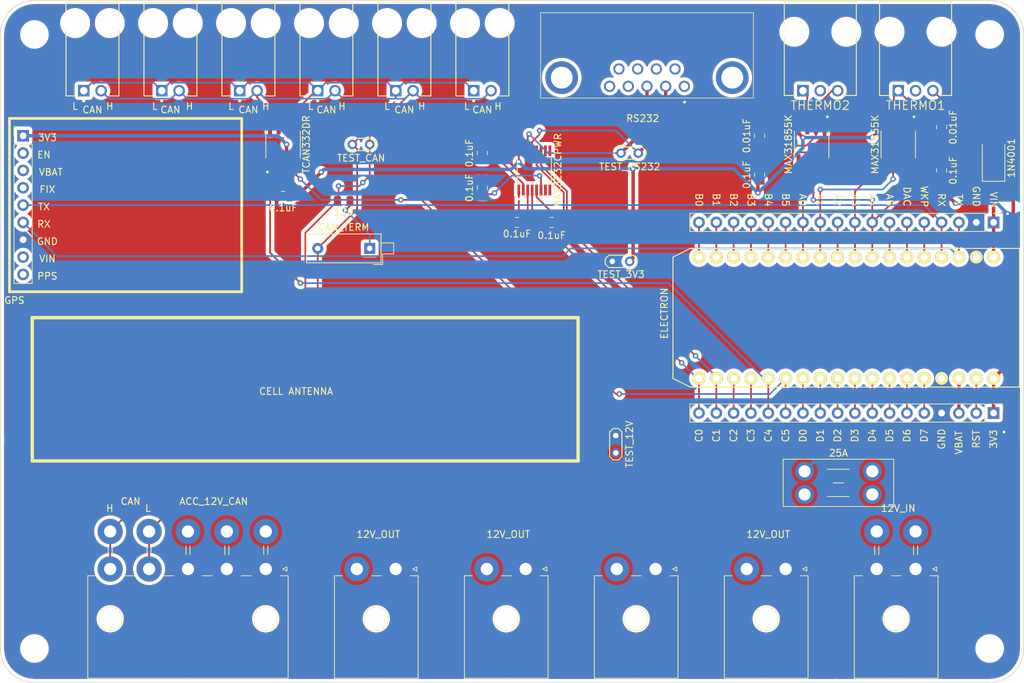
<source format=kicad_pcb>
(kicad_pcb (version 20171130) (host pcbnew "(5.1.9-0-10_14)")
  (layers (0 F.Cu signal hide) (31 B.Cu signal hide) (34 B.Paste user) (35 F.Paste user) (36 B.SilkS user) (37 F.SilkS user) (38 B.Mask user) (39 F.Mask user) (44 Edge.Cuts user))
  (net 0 "")
  (net 1 GND)
  (net 2 +3V3)
  (net 3 "Net-(C3-Pad1)")
  (net 4 "Net-(C4-Pad2)")
  (net 5 "Net-(C5-Pad2)")
  (net 6 "Net-(C5-Pad1)")
  (net 7 "Net-(C6-Pad2)")
  (net 8 "Net-(C6-Pad1)")
  (net 9 "Net-(C8-Pad2)")
  (net 10 "Net-(C8-Pad1)")
  (net 11 "Net-(C9-Pad2)")
  (net 12 "Net-(C9-Pad1)")
  (net 13 +12V)
  (net 14 "Net-(CN13-Pad2)")
  (net 15 /VIN)
  (net 16 "Net-(H1-Pad9)")
  (net 17 "Net-(H1-Pad8)")
  (net 18 /TX)
  (net 19 /RX)
  (net 20 "Net-(H1-Pad4)")
  (net 21 "Net-(H1-Pad3)")
  (net 22 "Net-(H1-Pad2)")
  (net 23 /C0)
  (net 24 /C1)
  (net 25 /C2)
  (net 26 /C3)
  (net 27 /C4)
  (net 28 /C5)
  (net 29 /D0)
  (net 30 /D1)
  (net 31 /D2)
  (net 32 /D3)
  (net 33 /D4)
  (net 34 /D5)
  (net 35 /D6)
  (net 36 /D7)
  (net 37 /VBAT)
  (net 38 /RST)
  (net 39 /B0)
  (net 40 /B1)
  (net 41 /B2)
  (net 42 /B3)
  (net 43 /B4)
  (net 44 /B5)
  (net 45 /A0)
  (net 46 /A1)
  (net 47 /A2)
  (net 48 /A3)
  (net 49 /A4)
  (net 50 /A5)
  (net 51 /DAC)
  (net 52 /WKP)
  (net 53 "Net-(IC4-Pad10)")
  (net 54 "Net-(IC4-Pad9)")
  (net 55 "Net-(IC4-Pad8)")
  (net 56 "Net-(IC4-Pad7)")
  (net 57 "Net-(R1-Pad2)")
  (net 58 "Net-(CN1-Pad3)")
  (net 59 "Net-(CN10-Pad2)")
  (net 60 "Net-(CN10-Pad1)")
  (net 61 "Net-(CN14-Pad2)")
  (net 62 "Net-(CN15-Pad9)")
  (net 63 "Net-(CN15-Pad8)")
  (net 64 "Net-(CN15-Pad7)")
  (net 65 "Net-(CN15-Pad6)")
  (net 66 "Net-(CN15-Pad5)")
  (net 67 "Net-(CN15-Pad4)")
  (net 68 "Net-(CN15-Pad3)")
  (net 69 "Net-(CN15-Pad2)")
  (net 70 "Net-(CN15-Pad1)")
  (module Connector_Molex:Molex_Mega-Fit_76825-0010_2x05_P5.70mm_Horizontal (layer F.Cu) (at 88.9 133.35 180)
    (fp_text reference CN12 hide)
    (fp_text value ACC_12V_CAN (at 7.62 9.906) (layer F.SilkS))
    (pad "" np_thru_hole circle (at 22.8 -7.3 180) (size 3 3) (drill 3) (layers *.Cu *.Mask))
    (pad "" np_thru_hole circle (at 0 -7.3 180) (size 3 3) (drill 3) (layers *.Cu *.Mask))
    (pad 10 thru_hole circle (at 22.8 5.5 180) (size 3.7 3.7) (drill 1.8) (layers *.Cu *.Mask) (net 59 "Net-(CN10-Pad2)"))
    (pad 9 thru_hole circle (at 17.1 5.5 180) (size 3.7 3.7) (drill 1.8) (layers *.Cu *.Mask) (net 60 "Net-(CN10-Pad1)"))
    (pad 8 thru_hole circle (at 11.4 5.5 180) (size 3.7 3.7) (drill 1.8) (layers *.Cu *.Mask) (net 13 +12V))
    (pad 7 thru_hole circle (at 5.7 5.5 180) (size 3.7 3.7) (drill 1.8) (layers *.Cu *.Mask) (net 13 +12V))
    (pad 6 thru_hole circle (at 0 5.5 180) (size 3.7 3.7) (drill 1.8) (layers *.Cu *.Mask) (net 13 +12V))
    (pad 5 thru_hole circle (at 22.8 0 180) (size 3.7 3.7) (drill 1.8) (layers *.Cu *.Mask) (net 59 "Net-(CN10-Pad2)"))
    (pad 4 thru_hole circle (at 17.1 0 180) (size 3.7 3.7) (drill 1.8) (layers *.Cu *.Mask) (net 60 "Net-(CN10-Pad1)"))
    (pad 3 thru_hole circle (at 11.4 0 180) (size 3.7 3.7) (drill 1.8) (layers *.Cu *.Mask) (net 1 GND))
    (pad 2 thru_hole circle (at 5.7 0 180) (size 3.7 3.7) (drill 1.8) (layers *.Cu *.Mask) (net 1 GND))
    (pad 1 thru_hole roundrect (at 0 0 180) (size 3.7 3.7) (drill 1.8) (layers *.Cu *.Mask) (roundrect_rratio 0.067568) (net 1 GND))
  )
  (module Fuse:Fuseholder_Blade_Mini_Keystone_3568 (layer F.Cu) (at 177.8 122.428 180)
    (fp_text reference F1 hide)
    (fp_text value 25A (at 4.96 6.07) (layer F.SilkS))
    (pad 2 thru_hole circle (at 9.92 3.4 180) (size 2.78 2.78) (drill 1.78) (layers *.Cu *.Mask) (net 13 +12V))
    (pad 2 thru_hole circle (at 9.92 0 180) (size 2.78 2.78) (drill 1.78) (layers *.Cu *.Mask) (net 13 +12V))
    (pad 1 thru_hole circle (at 0 3.4 180) (size 2.78 2.78) (drill 1.78) (layers *.Cu *.Mask) (net 58 "Net-(CN1-Pad3)"))
    (pad 1 thru_hole circle (at 0 0 180) (size 2.78 2.78) (drill 1.78) (layers *.Cu *.Mask) (net 58 "Net-(CN1-Pad3)"))
  )
  (module "" (layer F.Cu) (at 135.255 85.725)
    (fp_text reference "" (at 128.27 74.93) (layer F.SilkS) (effects (font (size 1.27 1.27))))
    (fp_text value "" (at 128.27 74.93) (layer F.SilkS) (effects (font (size 1.27 1.27))))
    (fp_text user TEST_RS232 (at 128.27 75.025) (layer F.SilkS))
  )
  (module Libraries:SOP65P640X120-16N (layer F.Cu) (at 128.27 74.93 90)
    (fp_text reference IC4 hide)
    (fp_text value MAX3232CPWR (at 0 3.45 90) (layer F.SilkS))
    (pad 16 smd rect (at 2.87 -2.275 90) (size 1.57 0.41) (layers F.Cu F.Paste F.Mask) (net 2 +3V3))
    (pad 15 smd rect (at 2.87 -1.625 90) (size 1.57 0.41) (layers F.Cu F.Paste F.Mask) (net 1 GND))
    (pad 14 smd rect (at 2.87 -0.975 90) (size 1.57 0.41) (layers F.Cu F.Paste F.Mask) (net 68 "Net-(CN15-Pad3)"))
    (pad 13 smd rect (at 2.87 -0.325 90) (size 1.57 0.41) (layers F.Cu F.Paste F.Mask) (net 69 "Net-(CN15-Pad2)"))
    (pad 12 smd rect (at 2.87 0.325 90) (size 1.57 0.41) (layers F.Cu F.Paste F.Mask) (net 23 /C0))
    (pad 11 smd rect (at 2.87 0.975 90) (size 1.57 0.41) (layers F.Cu F.Paste F.Mask) (net 24 /C1))
    (pad 10 smd rect (at 2.87 1.625 90) (size 1.57 0.41) (layers F.Cu F.Paste F.Mask) (net 53 "Net-(IC4-Pad10)"))
    (pad 9 smd rect (at 2.87 2.275 90) (size 1.57 0.41) (layers F.Cu F.Paste F.Mask) (net 54 "Net-(IC4-Pad9)"))
    (pad 8 smd rect (at -2.87 2.275 90) (size 1.57 0.41) (layers F.Cu F.Paste F.Mask) (net 55 "Net-(IC4-Pad8)"))
    (pad 7 smd rect (at -2.87 1.625 90) (size 1.57 0.41) (layers F.Cu F.Paste F.Mask) (net 56 "Net-(IC4-Pad7)"))
    (pad 6 smd rect (at -2.87 0.975 90) (size 1.57 0.41) (layers F.Cu F.Paste F.Mask) (net 3 "Net-(C3-Pad1)"))
    (pad 5 smd rect (at -2.87 0.325 90) (size 1.57 0.41) (layers F.Cu F.Paste F.Mask) (net 6 "Net-(C5-Pad1)"))
    (pad 4 smd rect (at -2.87 -0.325 90) (size 1.57 0.41) (layers F.Cu F.Paste F.Mask) (net 5 "Net-(C5-Pad2)"))
    (pad 3 smd rect (at -2.87 -0.975 90) (size 1.57 0.41) (layers F.Cu F.Paste F.Mask) (net 7 "Net-(C6-Pad2)"))
    (pad 2 smd rect (at -2.87 -1.625 90) (size 1.57 0.41) (layers F.Cu F.Paste F.Mask) (net 4 "Net-(C4-Pad2)"))
    (pad 1 smd rect (at -2.87 -2.275 90) (size 1.57 0.41) (layers F.Cu F.Paste F.Mask) (net 8 "Net-(C6-Pad1)"))
  )
  (module Libraries:SOIC127P599X175-8N (layer F.Cu) (at 91.44 71.12 90)
    (fp_text reference IC3 hide)
    (fp_text value TCAN332DR (at 0 3.4 90) (layer F.SilkS))
    (pad 8 smd rect (at 2.47 -1.905 90) (size 1.97 0.6) (layers F.Cu F.Paste F.Mask))
    (pad 7 smd rect (at 2.47 -0.635 90) (size 1.97 0.6) (layers F.Cu F.Paste F.Mask) (net 59 "Net-(CN10-Pad2)"))
    (pad 6 smd rect (at 2.47 0.635 90) (size 1.97 0.6) (layers F.Cu F.Paste F.Mask) (net 60 "Net-(CN10-Pad1)"))
    (pad 5 smd rect (at 2.47 1.905 90) (size 1.97 0.6) (layers F.Cu F.Paste F.Mask))
    (pad 4 smd rect (at -2.47 1.905 90) (size 1.97 0.6) (layers F.Cu F.Paste F.Mask) (net 28 /C5))
    (pad 3 smd rect (at -2.47 0.635 90) (size 1.97 0.6) (layers F.Cu F.Paste F.Mask) (net 2 +3V3))
    (pad 2 smd rect (at -2.47 -0.635 90) (size 1.97 0.6) (layers F.Cu F.Paste F.Mask) (net 1 GND))
    (pad 1 smd rect (at -2.47 -1.905 90) (size 1.97 0.6) (layers F.Cu F.Paste F.Mask) (net 27 /C4))
  )
  (module Libraries:SOIC127P599X175-8N (layer F.Cu) (at 168.91 71.12 270)
    (fp_text reference IC2 hide)
    (fp_text value MAX31855K (at 0 3.4 90) (layer F.SilkS))
    (pad 8 smd rect (at 2.47 -1.905 270) (size 1.97 0.6) (layers F.Cu F.Paste F.Mask))
    (pad 7 smd rect (at 2.47 -0.635 270) (size 1.97 0.6) (layers F.Cu F.Paste F.Mask) (net 49 /A4))
    (pad 6 smd rect (at 2.47 0.635 270) (size 1.97 0.6) (layers F.Cu F.Paste F.Mask) (net 45 /A0))
    (pad 5 smd rect (at 2.47 1.905 270) (size 1.97 0.6) (layers F.Cu F.Paste F.Mask) (net 48 /A3))
    (pad 4 smd rect (at -2.47 1.905 270) (size 1.97 0.6) (layers F.Cu F.Paste F.Mask) (net 2 +3V3))
    (pad 3 smd rect (at -2.47 0.635 270) (size 1.97 0.6) (layers F.Cu F.Paste F.Mask) (net 9 "Net-(C8-Pad2)"))
    (pad 2 smd rect (at -2.47 -0.635 270) (size 1.97 0.6) (layers F.Cu F.Paste F.Mask) (net 10 "Net-(C8-Pad1)"))
    (pad 1 smd rect (at -2.47 -1.905 270) (size 1.97 0.6) (layers F.Cu F.Paste F.Mask) (net 1 GND))
  )
  (module Libraries:SOIC127P599X175-8N (layer F.Cu) (at 181.61 71.12 270)
    (fp_text reference IC1 hide)
    (fp_text value MAX31855K (at 0 3.4 90) (layer F.SilkS))
    (pad 8 smd rect (at 2.47 -1.905 270) (size 1.97 0.6) (layers F.Cu F.Paste F.Mask))
    (pad 7 smd rect (at 2.47 -0.635 270) (size 1.97 0.6) (layers F.Cu F.Paste F.Mask) (net 49 /A4))
    (pad 6 smd rect (at 2.47 0.635 270) (size 1.97 0.6) (layers F.Cu F.Paste F.Mask) (net 46 /A1))
    (pad 5 smd rect (at 2.47 1.905 270) (size 1.97 0.6) (layers F.Cu F.Paste F.Mask) (net 48 /A3))
    (pad 4 smd rect (at -2.47 1.905 270) (size 1.97 0.6) (layers F.Cu F.Paste F.Mask) (net 2 +3V3))
    (pad 3 smd rect (at -2.47 0.635 270) (size 1.97 0.6) (layers F.Cu F.Paste F.Mask) (net 11 "Net-(C9-Pad2)"))
    (pad 2 smd rect (at -2.47 -0.635 270) (size 1.97 0.6) (layers F.Cu F.Paste F.Mask) (net 12 "Net-(C9-Pad1)"))
    (pad 1 smd rect (at -2.47 -1.905 270) (size 1.97 0.6) (layers F.Cu F.Paste F.Mask) (net 1 GND))
  )
  (module Libraries:DLS1XP5AK40X (layer F.Cu) (at 144.78 58.42 180)
    (fp_text reference CN15 hide)
    (fp_text value RS232 (at 0.635 -8.89) (layer F.SilkS))
    (pad 11 thru_hole circle (at 12.5 -2.91 180) (size 4.8 4.8) (drill 3.2) (layers *.Cu *.Mask))
    (pad 10 thru_hole circle (at -12.5 -2.91 180) (size 4.8 4.8) (drill 3.2) (layers *.Cu *.Mask))
    (pad 9 thru_hole circle (at 4.11 -1.64 180) (size 1.65 1.65) (drill 1.1) (layers *.Cu *.Mask) (net 62 "Net-(CN15-Pad9)"))
    (pad 8 thru_hole circle (at 1.37 -1.64 180) (size 1.65 1.65) (drill 1.1) (layers *.Cu *.Mask) (net 63 "Net-(CN15-Pad8)"))
    (pad 7 thru_hole circle (at -1.37 -1.64 180) (size 1.65 1.65) (drill 1.1) (layers *.Cu *.Mask) (net 64 "Net-(CN15-Pad7)"))
    (pad 6 thru_hole circle (at -4.11 -1.64 180) (size 1.65 1.65) (drill 1.1) (layers *.Cu *.Mask) (net 65 "Net-(CN15-Pad6)"))
    (pad 5 thru_hole circle (at 5.48 -4.18 180) (size 1.65 1.65) (drill 1.1) (layers *.Cu *.Mask) (net 66 "Net-(CN15-Pad5)"))
    (pad 4 thru_hole circle (at 2.74 -4.18 180) (size 1.65 1.65) (drill 1.1) (layers *.Cu *.Mask) (net 67 "Net-(CN15-Pad4)"))
    (pad 3 thru_hole circle (at 0 -4.18 180) (size 1.65 1.65) (drill 1.1) (layers *.Cu *.Mask) (net 68 "Net-(CN15-Pad3)"))
    (pad 2 thru_hole circle (at -2.74 -4.18 180) (size 1.65 1.65) (drill 1.1) (layers *.Cu *.Mask) (net 69 "Net-(CN15-Pad2)"))
    (pad 1 thru_hole circle (at -5.48 -4.18 180) (size 1.65 1.65) (drill 1.1) (layers *.Cu *.Mask) (net 70 "Net-(CN15-Pad1)"))
  )
  (module telemetry-pcb-lib:Molex_Mega-Fit_20024-11212_1x02_P5.70mm_Horizontal (layer F.Cu) (at 107.95 133.35 180)
    (fp_text reference CN2 hide)
    (fp_text value 12V_OUT (at 2.54 5.08 180) (layer F.SilkS))
    (pad "" np_thru_hole circle (at 2.85 -7.3 180) (size 3 3) (drill 3) (layers *.Cu *.Mask))
    (pad 2 thru_hole circle (at 5.7 0 180) (size 3.7 3.7) (drill 1.8) (layers *.Cu *.Mask) (net 13 +12V))
    (pad 1 thru_hole roundrect (at 0 0 180) (size 3.7 3.7) (drill 1.8) (layers *.Cu *.Mask) (roundrect_rratio 0.067568) (net 1 GND))
  )
  (module telemetry-pcb-lib:Molex_Mega-Fit_20024-11212_1x02_P5.70mm_Horizontal (layer F.Cu) (at 165.1 133.35 180)
    (fp_text reference CN5 hide)
    (fp_text value 12V_OUT (at 2.54 5.08) (layer F.SilkS))
    (pad "" np_thru_hole circle (at 2.85 -7.3 180) (size 3 3) (drill 3) (layers *.Cu *.Mask))
    (pad 2 thru_hole circle (at 5.7 0 180) (size 3.7 3.7) (drill 1.8) (layers *.Cu *.Mask) (net 13 +12V))
    (pad 1 thru_hole roundrect (at 0 0 180) (size 3.7 3.7) (drill 1.8) (layers *.Cu *.Mask) (roundrect_rratio 0.067568) (net 1 GND))
  )
  (module telemetry-pcb-lib:Molex_Mega-Fit_20024-11212_1x02_P5.70mm_Horizontal (layer F.Cu) (at 146.05 133.35 180)
    (fp_text reference CN4 hide)
    (fp_text value 12V_OUT hide)
    (pad "" np_thru_hole circle (at 2.85 -7.3 180) (size 3 3) (drill 3) (layers *.Cu *.Mask))
    (pad 2 thru_hole circle (at 5.7 0 180) (size 3.7 3.7) (drill 1.8) (layers *.Cu *.Mask) (net 13 +12V))
    (pad 1 thru_hole roundrect (at 0 0 180) (size 3.7 3.7) (drill 1.8) (layers *.Cu *.Mask) (roundrect_rratio 0.067568) (net 1 GND))
  )
  (module telemetry-pcb-lib:Molex_Mega-Fit_20024-11212_1x02_P5.70mm_Horizontal (layer F.Cu) (at 127 133.35 180)
    (fp_text reference CN3 hide)
    (fp_text value 12V_OUT (at 2.54 5.08) (layer F.SilkS))
    (pad "" np_thru_hole circle (at 2.85 -7.3 180) (size 3 3) (drill 3) (layers *.Cu *.Mask))
    (pad 2 thru_hole circle (at 5.7 0 180) (size 3.7 3.7) (drill 1.8) (layers *.Cu *.Mask) (net 13 +12V))
    (pad 1 thru_hole roundrect (at 0 0 180) (size 3.7 3.7) (drill 1.8) (layers *.Cu *.Mask) (roundrect_rratio 0.067568) (net 1 GND))
  )
  (module Conn_Molex_70553-0001:Molex-70553-0001-0-0-MFG (layer F.Cu) (at 63.5 57.15 180)
    (fp_text reference CN10 hide)
    (fp_text value CAN (at 0 -8.89) (layer F.SilkS))
    (pad "" np_thru_hole circle (at 2.54 3.815 180) (size 3.4 3.4) (drill 3.4) (layers *.Cu))
    (pad "" np_thru_hole circle (at -2.54 3.815 180) (size 3.4 3.4) (drill 3.4) (layers *.Cu))
    (pad 2 thru_hole circle (at -1.27 -6.095 180) (size 1.69 1.69) (drill 1.09) (layers *.Cu) (net 59 "Net-(CN10-Pad2)"))
    (pad 1 thru_hole rect (at 1.27 -6.095 180) (size 1.69 1.69) (drill 1.09) (layers *.Cu) (net 60 "Net-(CN10-Pad1)"))
  )
  (module Conn_Molex_70553-0001:Molex-70553-0001-0-0-MFG (layer F.Cu) (at 74.93 57.15 180)
    (fp_text reference CN11 hide)
    (fp_text value CAN (at 0 -8.89) (layer F.SilkS))
    (pad "" np_thru_hole circle (at 2.54 3.815 180) (size 3.4 3.4) (drill 3.4) (layers *.Cu))
    (pad "" np_thru_hole circle (at -2.54 3.815 180) (size 3.4 3.4) (drill 3.4) (layers *.Cu))
    (pad 2 thru_hole circle (at -1.27 -6.095 180) (size 1.69 1.69) (drill 1.09) (layers *.Cu) (net 59 "Net-(CN10-Pad2)"))
    (pad 1 thru_hole rect (at 1.27 -6.095 180) (size 1.69 1.69) (drill 1.09) (layers *.Cu) (net 60 "Net-(CN10-Pad1)"))
  )
  (module Conn_Molex_70553-0001:Molex-70553-0001-0-0-MFG (layer F.Cu) (at 86.36 57.15 180)
    (fp_text reference CN9 hide)
    (fp_text value CAN (at 0 -8.89) (layer F.SilkS))
    (pad "" np_thru_hole circle (at 2.54 3.815 180) (size 3.4 3.4) (drill 3.4) (layers *.Cu))
    (pad "" np_thru_hole circle (at -2.54 3.815 180) (size 3.4 3.4) (drill 3.4) (layers *.Cu))
    (pad 2 thru_hole circle (at -1.27 -6.095 180) (size 1.69 1.69) (drill 1.09) (layers *.Cu) (net 59 "Net-(CN10-Pad2)"))
    (pad 1 thru_hole rect (at 1.27 -6.095 180) (size 1.69 1.69) (drill 1.09) (layers *.Cu) (net 60 "Net-(CN10-Pad1)"))
  )
  (module Conn_Molex_70553-0001:Molex-70553-0001-0-0-MFG (layer F.Cu) (at 109.22 57.15 180)
    (fp_text reference CN8 hide)
    (fp_text value CAN (at 0 -8.89) (layer F.SilkS))
    (pad "" np_thru_hole circle (at 2.54 3.815 180) (size 3.4 3.4) (drill 3.4) (layers *.Cu))
    (pad "" np_thru_hole circle (at -2.54 3.815 180) (size 3.4 3.4) (drill 3.4) (layers *.Cu))
    (pad 2 thru_hole circle (at -1.27 -6.095 180) (size 1.69 1.69) (drill 1.09) (layers *.Cu) (net 59 "Net-(CN10-Pad2)"))
    (pad 1 thru_hole rect (at 1.27 -6.095 180) (size 1.69 1.69) (drill 1.09) (layers *.Cu) (net 60 "Net-(CN10-Pad1)"))
  )
  (module Conn_Molex_70553-0001:Molex-70553-0001-0-0-MFG (layer F.Cu) (at 120.65 57.15 180)
    (fp_text reference CN7 hide)
    (fp_text value CAN (at 0 -8.89) (layer F.SilkS))
    (pad "" np_thru_hole circle (at 2.54 3.815 180) (size 3.4 3.4) (drill 3.4) (layers *.Cu))
    (pad "" np_thru_hole circle (at -2.54 3.815 180) (size 3.4 3.4) (drill 3.4) (layers *.Cu))
    (pad 2 thru_hole circle (at -1.27 -6.095 180) (size 1.69 1.69) (drill 1.09) (layers *.Cu) (net 59 "Net-(CN10-Pad2)"))
    (pad 1 thru_hole rect (at 1.27 -6.095 180) (size 1.69 1.69) (drill 1.09) (layers *.Cu) (net 60 "Net-(CN10-Pad1)"))
  )
  (module Conn_Molex_70553-0001:Molex-70553-0001-0-0-MFG (layer F.Cu) (at 97.79 57.15 180)
    (fp_text reference CN6 hide)
    (fp_text value CAN (at 0 -8.89) (layer F.SilkS))
    (pad "" np_thru_hole circle (at 2.54 3.815 180) (size 3.4 3.4) (drill 3.4) (layers *.Cu))
    (pad "" np_thru_hole circle (at -2.54 3.815 180) (size 3.4 3.4) (drill 3.4) (layers *.Cu))
    (pad 2 thru_hole circle (at -1.27 -6.095 180) (size 1.69 1.69) (drill 1.09) (layers *.Cu) (net 59 "Net-(CN10-Pad2)"))
    (pad 1 thru_hole rect (at 1.27 -6.095 180) (size 1.69 1.69) (drill 1.09) (layers *.Cu) (net 60 "Net-(CN10-Pad1)"))
  )
  (module Conn_Molex_70553-0002:Molex-70551-0002-0-0-0 (layer F.Cu) (at 184.15 57.15 180)
    (fp_text reference CN13)
    (fp_text value THERMO1 (at 0 -8.255) (layer F.SilkS) (effects (font (size 1.27 1.27))))
    (pad "" np_thru_hole circle (at 3.81 2.545 180) (size 3.4 3.4) (drill 3.4) (layers *.Cu *.Mask))
    (pad "" np_thru_hole circle (at -3.81 2.545 180) (size 3.4 3.4) (drill 3.4) (layers *.Cu *.Mask))
    (pad 3 thru_hole circle (at -2.54 -6.095 180) (size 1.69 1.69) (drill 1.09) (layers *.Cu) (net 12 "Net-(C9-Pad1)"))
    (pad 2 thru_hole circle (at 0 -6.095 180) (size 1.69 1.69) (drill 1.09) (layers *.Cu) (net 14 "Net-(CN13-Pad2)"))
    (pad 1 thru_hole rect (at 2.54 -6.095 180) (size 1.69 1.69) (drill 1.09) (layers *.Cu) (net 11 "Net-(C9-Pad2)"))
  )
  (module Conn_Molex_70553-0002:Molex-70551-0002-0-0-0 (layer F.Cu) (at 170.18 57.15 180)
    (fp_text reference CN14)
    (fp_text value THERMO2 (at 0 -8.255) (layer F.SilkS) (effects (font (size 1.27 1.27))))
    (pad "" np_thru_hole circle (at 3.81 2.545 180) (size 3.4 3.4) (drill 3.4) (layers *.Cu *.Mask))
    (pad "" np_thru_hole circle (at -3.81 2.545 180) (size 3.4 3.4) (drill 3.4) (layers *.Cu *.Mask))
    (pad 3 thru_hole circle (at -2.54 -6.095 180) (size 1.69 1.69) (drill 1.09) (layers *.Cu) (net 10 "Net-(C8-Pad1)"))
    (pad 2 thru_hole circle (at 0 -6.095 180) (size 1.69 1.69) (drill 1.09) (layers *.Cu) (net 61 "Net-(CN14-Pad2)"))
    (pad 1 thru_hole rect (at 2.54 -6.095 180) (size 1.69 1.69) (drill 1.09) (layers *.Cu) (net 9 "Net-(C8-Pad2)"))
  )
  (module Connector_PinHeader_2.54mm:PinHeader_1x09_P2.54mm_Vertical (layer F.Cu) (at 53.34 69.85)
    (fp_text reference H1)
    (fp_text value GPS (at -1.27 24.13) (layer F.SilkS))
    (pad 9 thru_hole oval (at 0 20.32) (size 1.7 1.7) (drill 1) (layers *.Cu *.Mask) (net 16 "Net-(H1-Pad9)"))
    (pad 8 thru_hole oval (at 0 17.78) (size 1.7 1.7) (drill 1) (layers *.Cu *.Mask) (net 17 "Net-(H1-Pad8)"))
    (pad 7 thru_hole oval (at 0 15.24) (size 1.7 1.7) (drill 1) (layers *.Cu *.Mask) (net 1 GND))
    (pad 6 thru_hole oval (at 0 12.7) (size 1.7 1.7) (drill 1) (layers *.Cu *.Mask) (net 18 /TX))
    (pad 5 thru_hole oval (at 0 10.16) (size 1.7 1.7) (drill 1) (layers *.Cu *.Mask) (net 19 /RX))
    (pad 4 thru_hole oval (at 0 7.62) (size 1.7 1.7) (drill 1) (layers *.Cu *.Mask) (net 20 "Net-(H1-Pad4)"))
    (pad 3 thru_hole oval (at 0 5.08) (size 1.7 1.7) (drill 1) (layers *.Cu *.Mask) (net 21 "Net-(H1-Pad3)"))
    (pad 2 thru_hole oval (at 0 2.54) (size 1.7 1.7) (drill 1) (layers *.Cu *.Mask) (net 22 "Net-(H1-Pad2)"))
    (pad 1 thru_hole rect (at 0 0) (size 1.7 1.7) (drill 1) (layers *.Cu *.Mask) (net 2 +3V3))
  )
  (module MountingHole:MountingHole_3.2mm_M3 (layer F.Cu) (at 195 145)
    (fp_text reference M4 hide)
    (fp_text value MountingHole hide)
    (pad 1 np_thru_hole circle (at 0 0) (size 3.2 3.2) (drill 3.2) (layers *.Cu *.Mask))
  )
  (module MountingHole:MountingHole_3.2mm_M3 (layer F.Cu) (at 195 55)
    (fp_text reference M3 hide)
    (fp_text value MountingHole hide)
    (pad 1 np_thru_hole circle (at 0 0) (size 3.2 3.2) (drill 3.2) (layers *.Cu *.Mask))
  )
  (module MountingHole:MountingHole_3.2mm_M3 (layer F.Cu) (at 55 145)
    (fp_text reference M2 hide)
    (fp_text value MountingHole hide)
    (pad 1 np_thru_hole circle (at 0 0) (size 3.2 3.2) (drill 3.2) (layers *.Cu *.Mask))
  )
  (module MountingHole:MountingHole_3.2mm_M3 (layer F.Cu) (at 55 55)
    (fp_text reference M1 hide)
    (fp_text value MountingHole hide)
    (pad 1 np_thru_hole circle (at 0 0) (size 3.2 3.2) (drill 3.2) (layers *.Cu *.Mask))
  )
  (module Connector_Molex:Molex_Mega-Fit_76825-0004_2x02_P5.70mm_Horizontal (layer F.Cu) (at 184.15 133.35 180)
    (fp_text reference CN1 hide)
    (fp_text value 12V_IN (at 2.54 8.89) (layer F.SilkS))
    (pad "" np_thru_hole circle (at 2.85 -7.3 180) (size 3 3) (drill 3) (layers *.Cu *.Mask))
    (pad 4 thru_hole circle (at 5.7 5.5 180) (size 3.7 3.7) (drill 1.8) (layers *.Cu *.Mask) (net 58 "Net-(CN1-Pad3)"))
    (pad 3 thru_hole circle (at 0 5.5 180) (size 3.7 3.7) (drill 1.8) (layers *.Cu *.Mask) (net 58 "Net-(CN1-Pad3)"))
    (pad 2 thru_hole circle (at 5.7 0 180) (size 3.7 3.7) (drill 1.8) (layers *.Cu *.Mask) (net 1 GND))
    (pad 1 thru_hole roundrect (at 0 0 180) (size 3.7 3.7) (drill 1.8) (layers *.Cu *.Mask) (roundrect_rratio 0.067568) (net 1 GND))
  )
  (module TestPoint:TestPoint_2Pads_Pitch2.54mm_Drill0.8mm (layer F.Cu) (at 140.97 72.39)
    (fp_text reference T6 hide)
    (fp_text value TEST_RS232 (at 1.27 2) (layer F.SilkS))
    (pad 2 thru_hole circle (at 2.54 0) (size 1.4 1.4) (drill 0.8) (layers *.Cu *.Mask) (net 69 "Net-(CN15-Pad2)"))
    (pad 1 thru_hole circle (at 0 0) (size 1.4 1.4) (drill 0.8) (layers *.Cu *.Mask) (net 68 "Net-(CN15-Pad3)"))
  )
  (module Connector_PinHeader_2.54mm:PinHeader_1x18_P2.54mm_Vertical (layer F.Cu) (at 195.58 110.49 270)
    (fp_text reference T5 hide)
    (fp_text value GPIO2 hide)
    (pad 18 thru_hole oval (at 0 43.18 270) (size 1.7 1.7) (drill 1) (layers *.Cu *.Mask) (net 23 /C0))
    (pad 17 thru_hole oval (at 0 40.64 270) (size 1.7 1.7) (drill 1) (layers *.Cu *.Mask) (net 24 /C1))
    (pad 16 thru_hole oval (at 0 38.1 270) (size 1.7 1.7) (drill 1) (layers *.Cu *.Mask) (net 25 /C2))
    (pad 15 thru_hole oval (at 0 35.56 270) (size 1.7 1.7) (drill 1) (layers *.Cu *.Mask) (net 26 /C3))
    (pad 14 thru_hole oval (at 0 33.02 270) (size 1.7 1.7) (drill 1) (layers *.Cu *.Mask) (net 27 /C4))
    (pad 13 thru_hole oval (at 0 30.48 270) (size 1.7 1.7) (drill 1) (layers *.Cu *.Mask) (net 28 /C5))
    (pad 12 thru_hole oval (at 0 27.94 270) (size 1.7 1.7) (drill 1) (layers *.Cu *.Mask) (net 29 /D0))
    (pad 11 thru_hole oval (at 0 25.4 270) (size 1.7 1.7) (drill 1) (layers *.Cu *.Mask) (net 30 /D1))
    (pad 10 thru_hole oval (at 0 22.86 270) (size 1.7 1.7) (drill 1) (layers *.Cu *.Mask) (net 31 /D2))
    (pad 9 thru_hole oval (at 0 20.32 270) (size 1.7 1.7) (drill 1) (layers *.Cu *.Mask) (net 32 /D3))
    (pad 8 thru_hole oval (at 0 17.78 270) (size 1.7 1.7) (drill 1) (layers *.Cu *.Mask) (net 33 /D4))
    (pad 7 thru_hole oval (at 0 15.24 270) (size 1.7 1.7) (drill 1) (layers *.Cu *.Mask) (net 34 /D5))
    (pad 6 thru_hole oval (at 0 12.7 270) (size 1.7 1.7) (drill 1) (layers *.Cu *.Mask) (net 35 /D6))
    (pad 5 thru_hole oval (at 0 10.16 270) (size 1.7 1.7) (drill 1) (layers *.Cu *.Mask) (net 36 /D7))
    (pad 4 thru_hole oval (at 0 7.62 270) (size 1.7 1.7) (drill 1) (layers *.Cu *.Mask) (net 1 GND))
    (pad 3 thru_hole oval (at 0 5.08 270) (size 1.7 1.7) (drill 1) (layers *.Cu *.Mask) (net 37 /VBAT))
    (pad 2 thru_hole oval (at 0 2.54 270) (size 1.7 1.7) (drill 1) (layers *.Cu *.Mask) (net 38 /RST))
    (pad 1 thru_hole rect (at 0 0 270) (size 1.7 1.7) (drill 1) (layers *.Cu *.Mask) (net 2 +3V3))
  )
  (module Connector_PinHeader_2.54mm:PinHeader_1x18_P2.54mm_Vertical (layer F.Cu) (at 195.58 82.55 270)
    (fp_text reference T4 hide)
    (fp_text value GPIO1 hide)
    (pad 18 thru_hole oval (at 0 43.18 270) (size 1.7 1.7) (drill 1) (layers *.Cu *.Mask) (net 39 /B0))
    (pad 17 thru_hole oval (at 0 40.64 270) (size 1.7 1.7) (drill 1) (layers *.Cu *.Mask) (net 40 /B1))
    (pad 16 thru_hole oval (at 0 38.1 270) (size 1.7 1.7) (drill 1) (layers *.Cu *.Mask) (net 41 /B2))
    (pad 15 thru_hole oval (at 0 35.56 270) (size 1.7 1.7) (drill 1) (layers *.Cu *.Mask) (net 42 /B3))
    (pad 14 thru_hole oval (at 0 33.02 270) (size 1.7 1.7) (drill 1) (layers *.Cu *.Mask) (net 43 /B4))
    (pad 13 thru_hole oval (at 0 30.48 270) (size 1.7 1.7) (drill 1) (layers *.Cu *.Mask) (net 44 /B5))
    (pad 12 thru_hole oval (at 0 27.94 270) (size 1.7 1.7) (drill 1) (layers *.Cu *.Mask) (net 45 /A0))
    (pad 11 thru_hole oval (at 0 25.4 270) (size 1.7 1.7) (drill 1) (layers *.Cu *.Mask) (net 46 /A1))
    (pad 10 thru_hole oval (at 0 22.86 270) (size 1.7 1.7) (drill 1) (layers *.Cu *.Mask) (net 47 /A2))
    (pad 9 thru_hole oval (at 0 20.32 270) (size 1.7 1.7) (drill 1) (layers *.Cu *.Mask) (net 48 /A3))
    (pad 8 thru_hole oval (at 0 17.78 270) (size 1.7 1.7) (drill 1) (layers *.Cu *.Mask) (net 49 /A4))
    (pad 7 thru_hole oval (at 0 15.24 270) (size 1.7 1.7) (drill 1) (layers *.Cu *.Mask) (net 50 /A5))
    (pad 6 thru_hole oval (at 0 12.7 270) (size 1.7 1.7) (drill 1) (layers *.Cu *.Mask) (net 51 /DAC))
    (pad 5 thru_hole oval (at 0 10.16 270) (size 1.7 1.7) (drill 1) (layers *.Cu *.Mask) (net 52 /WKP))
    (pad 4 thru_hole oval (at 0 7.62 270) (size 1.7 1.7) (drill 1) (layers *.Cu *.Mask) (net 19 /RX))
    (pad 3 thru_hole oval (at 0 5.08 270) (size 1.7 1.7) (drill 1) (layers *.Cu *.Mask) (net 18 /TX))
    (pad 2 thru_hole oval (at 0 2.54 270) (size 1.7 1.7) (drill 1) (layers *.Cu *.Mask) (net 1 GND))
    (pad 1 thru_hole rect (at 0 0 270) (size 1.7 1.7) (drill 1) (layers *.Cu *.Mask) (net 15 /VIN))
  )
  (module TestPoint:TestPoint_2Pads_Pitch2.54mm_Drill0.8mm (layer F.Cu) (at 101.6 71.12)
    (fp_text reference T3 hide)
    (fp_text value TEST_CAN (at 1.27 2) (layer F.SilkS))
    (pad 2 thru_hole circle (at 2.54 0) (size 1.4 1.4) (drill 0.8) (layers *.Cu *.Mask) (net 59 "Net-(CN10-Pad2)"))
    (pad 1 thru_hole circle (at 0 0) (size 1.4 1.4) (drill 0.8) (layers *.Cu *.Mask) (net 60 "Net-(CN10-Pad1)"))
  )
  (module TestPoint:TestPoint_2Pads_Pitch2.54mm_Drill0.8mm (layer F.Cu) (at 142.24 88.265 180)
    (fp_text reference T2 hide)
    (fp_text value TEST_3V3 (at 1.27 -1.905) (layer F.SilkS))
    (pad 2 thru_hole circle (at 2.54 0 180) (size 1.4 1.4) (drill 0.8) (layers *.Cu *.Mask) (net 1 GND))
    (pad 1 thru_hole circle (at 0 0 180) (size 1.4 1.4) (drill 0.8) (layers *.Cu *.Mask) (net 2 +3V3))
  )
  (module TestPoint:TestPoint_2Pads_Pitch2.54mm_Drill0.8mm (layer F.Cu) (at 140.208 116.332 90)
    (fp_text reference T1 hide)
    (fp_text value TEST_12V (at 1.27 2 90) (layer F.SilkS))
    (pad 2 thru_hole circle (at 2.54 0 90) (size 1.4 1.4) (drill 0.8) (layers *.Cu *.Mask) (net 1 GND))
    (pad 1 thru_hole circle (at 0 0 90) (size 1.4 1.4) (drill 0.8) (layers *.Cu *.Mask) (net 13 +12V))
  )
  (module Button_Switch_THT:SW_DIP_SPSTx01_Piano_10.8x4.1mm_W7.62mm_P2.54mm (layer F.Cu) (at 104.14 86.36 180)
    (fp_text reference S1 hide)
    (fp_text value CAN_TERM (at 3.81 3.11) (layer F.SilkS))
    (pad 2 thru_hole oval (at 7.62 0 180) (size 1.6 1.6) (drill 0.8) (layers *.Cu *.Mask) (net 60 "Net-(CN10-Pad1)"))
    (pad 1 thru_hole rect (at 0 0 180) (size 1.6 1.6) (drill 0.8) (layers *.Cu *.Mask) (net 57 "Net-(R1-Pad2)"))
  )
  (module Resistor_SMD:R_0805_2012Metric (layer F.Cu) (at 100.33 79.375)
    (fp_text reference R1 hide)
    (fp_text value 120 (at 0 1.65) (layer F.SilkS))
    (pad 2 smd roundrect (at 0.9125 0) (size 1.025 1.4) (layers F.Cu F.Paste F.Mask) (roundrect_rratio 0.243902) (net 57 "Net-(R1-Pad2)"))
    (pad 1 smd roundrect (at -0.9125 0) (size 1.025 1.4) (layers F.Cu F.Paste F.Mask) (roundrect_rratio 0.243902) (net 59 "Net-(CN10-Pad2)"))
  )
  (module Libraries:electron (layer F.Cu) (at 148.59 96.52 270)
    (fp_text reference H2,H3)
    (fp_text value ELECTRON (at -0.635 1.27 90) (layer F.SilkS))
    (pad 19 thru_hole circle (at 8.89 -3.81 270) (size 1.9 1.9) (drill 1.02) (layers *.Cu *.Mask F.SilkS) (net 23 /C0))
    (pad 20 thru_hole circle (at 8.89 -6.35 270) (size 1.9 1.9) (drill 1.02) (layers *.Cu *.Mask F.SilkS) (net 24 /C1))
    (pad 21 thru_hole circle (at 8.89 -8.89 270) (size 1.9 1.9) (drill 1.02) (layers *.Cu *.Mask F.SilkS) (net 25 /C2))
    (pad 22 thru_hole circle (at 8.89 -11.43 270) (size 1.9 1.9) (drill 1.02) (layers *.Cu *.Mask F.SilkS) (net 26 /C3))
    (pad 23 thru_hole circle (at 8.89 -13.97 270) (size 1.9 1.9) (drill 1.02) (layers *.Cu *.Mask F.SilkS) (net 27 /C4))
    (pad 24 thru_hole circle (at 8.89 -16.51 270) (size 1.9 1.9) (drill 1.02) (layers *.Cu *.Mask F.SilkS) (net 28 /C5))
    (pad 25 thru_hole circle (at 8.89 -19.05 270) (size 1.9 1.9) (drill 1.02) (layers *.Cu *.Mask F.SilkS) (net 29 /D0))
    (pad 26 thru_hole circle (at 8.89 -21.59 270) (size 1.9 1.9) (drill 1.02) (layers *.Cu *.Mask F.SilkS) (net 30 /D1))
    (pad 27 thru_hole circle (at 8.89 -24.13 270) (size 1.9 1.9) (drill 1.02) (layers *.Cu *.Mask F.SilkS) (net 31 /D2))
    (pad 28 thru_hole circle (at 8.89 -26.67 270) (size 1.9 1.9) (drill 1.02) (layers *.Cu *.Mask F.SilkS) (net 32 /D3))
    (pad 29 thru_hole circle (at 8.89 -29.21 270) (size 1.9 1.9) (drill 1.02) (layers *.Cu *.Mask F.SilkS) (net 33 /D4))
    (pad 30 thru_hole circle (at 8.89 -31.75 270) (size 1.9 1.9) (drill 1.02) (layers *.Cu *.Mask F.SilkS) (net 34 /D5))
    (pad 31 thru_hole circle (at 8.89 -34.29 270) (size 1.9 1.9) (drill 1.02) (layers *.Cu *.Mask F.SilkS) (net 35 /D6))
    (pad 32 thru_hole circle (at 8.89 -36.83 270) (size 1.9 1.9) (drill 1.02) (layers *.Cu *.Mask F.SilkS) (net 36 /D7))
    (pad 33 thru_hole circle (at 8.89 -39.37 270) (size 1.9 1.9) (drill 1.02) (layers *.Cu *.Mask F.SilkS) (net 1 GND))
    (pad 34 thru_hole circle (at 8.89 -41.91 270) (size 1.9 1.9) (drill 1.02) (layers *.Cu *.Mask F.SilkS) (net 37 /VBAT))
    (pad 35 thru_hole circle (at 8.89 -44.45 270) (size 1.9 1.9) (drill 1.02) (layers *.Cu *.Mask F.SilkS) (net 38 /RST))
    (pad 36 thru_hole circle (at 8.89 -46.99 270) (size 1.9 1.9) (drill 1.02) (layers *.Cu *.Mask F.SilkS) (net 2 +3V3))
    (pad 18 thru_hole circle (at -8.89 -3.81 270) (size 1.9 1.9) (drill 1.02) (layers *.Cu *.Mask F.SilkS) (net 39 /B0))
    (pad 17 thru_hole circle (at -8.89 -6.35 270) (size 1.9 1.9) (drill 1.02) (layers *.Cu *.Mask F.SilkS) (net 40 /B1))
    (pad 16 thru_hole circle (at -8.89 -8.89 270) (size 1.9 1.9) (drill 1.02) (layers *.Cu *.Mask F.SilkS) (net 41 /B2))
    (pad 15 thru_hole circle (at -8.89 -11.43 270) (size 1.9 1.9) (drill 1.02) (layers *.Cu *.Mask F.SilkS) (net 42 /B3))
    (pad 14 thru_hole circle (at -8.89 -13.97 270) (size 1.9 1.9) (drill 1.02) (layers *.Cu *.Mask F.SilkS) (net 43 /B4))
    (pad 13 thru_hole circle (at -8.89 -16.51 270) (size 1.9 1.9) (drill 1.02) (layers *.Cu *.Mask F.SilkS) (net 44 /B5))
    (pad 12 thru_hole circle (at -8.89 -19.05 270) (size 1.9 1.9) (drill 1.02) (layers *.Cu *.Mask F.SilkS) (net 45 /A0))
    (pad 11 thru_hole circle (at -8.89 -21.59 270) (size 1.9 1.9) (drill 1.02) (layers *.Cu *.Mask F.SilkS) (net 46 /A1))
    (pad 10 thru_hole circle (at -8.89 -24.13 270) (size 1.9 1.9) (drill 1.02) (layers *.Cu *.Mask F.SilkS) (net 47 /A2))
    (pad 9 thru_hole circle (at -8.89 -26.67 270) (size 1.9 1.9) (drill 1.02) (layers *.Cu *.Mask F.SilkS) (net 48 /A3))
    (pad 8 thru_hole circle (at -8.89 -29.21 270) (size 1.9 1.9) (drill 1.02) (layers *.Cu *.Mask F.SilkS) (net 49 /A4))
    (pad 7 thru_hole circle (at -8.89 -31.75 270) (size 1.9 1.9) (drill 1.02) (layers *.Cu *.Mask F.SilkS) (net 50 /A5))
    (pad 6 thru_hole circle (at -8.89 -34.29 270) (size 1.9 1.9) (drill 1.02) (layers *.Cu *.Mask F.SilkS) (net 51 /DAC))
    (pad 5 thru_hole circle (at -8.89 -36.83 270) (size 1.9 1.9) (drill 1.02) (layers *.Cu *.Mask F.SilkS) (net 52 /WKP))
    (pad 4 thru_hole circle (at -8.89 -39.37 270) (size 1.9 1.9) (drill 1.02) (layers *.Cu *.Mask F.SilkS) (net 19 /RX))
    (pad 3 thru_hole circle (at -8.89 -41.91 270) (size 1.9 1.9) (drill 1.02) (layers *.Cu *.Mask F.SilkS) (net 18 /TX))
    (pad 2 thru_hole circle (at -8.89 -44.45 270) (size 1.9 1.9) (drill 1.02) (layers *.Cu *.Mask F.SilkS) (net 1 GND))
    (pad 1 thru_hole circle (at -8.89 -46.99 270) (size 1.9 1.9) (drill 1.02) (layers *.Cu *.Mask F.SilkS) (net 15 /VIN))
  )
  (module Diode_SMD:D_SMA (layer F.Cu) (at 195.58 73.12 90)
    (fp_text reference D1)
    (fp_text value 1N4001 (at 0 2.6 90) (layer F.SilkS))
    (pad 2 smd rect (at 2 0 90) (size 2.5 1.8) (layers F.Cu F.Paste F.Mask) (net 13 +12V))
    (pad 1 smd rect (at -2 0 90) (size 2.5 1.8) (layers F.Cu F.Paste F.Mask) (net 15 /VIN))
  )
  (module Capacitor_SMD:C_0805_2012Metric (layer F.Cu) (at 187.96 68.58 90)
    (fp_text reference C9 hide)
    (fp_text value 0.01uF (at 0 1.68 90) (layer F.SilkS))
    (pad 2 smd roundrect (at 0.95 0 90) (size 1 1.45) (layers F.Cu F.Paste F.Mask) (net 11 "Net-(C9-Pad2)"))
    (pad 1 smd roundrect (at -0.95 0 90) (size 1 1.45) (layers F.Cu F.Paste F.Mask) (net 12 "Net-(C9-Pad1)"))
  )
  (module Capacitor_SMD:C_0805_2012Metric (layer F.Cu) (at 161.29 69.85 90)
    (fp_text reference C8 hide)
    (fp_text value 0.01uF (at 0 -1.905 90) (layer F.SilkS))
    (pad 2 smd roundrect (at 0.95 0 90) (size 1 1.45) (layers F.Cu F.Paste F.Mask) (net 9 "Net-(C8-Pad2)"))
    (pad 1 smd roundrect (at -0.95 0 90) (size 1 1.45) (layers F.Cu F.Paste F.Mask) (net 10 "Net-(C8-Pad1)"))
  )
  (module Capacitor_SMD:C_0805_2012Metric (layer F.Cu) (at 91.44 78.74)
    (fp_text reference C7 hide)
    (fp_text value 0.1uF (at 0 1.68) (layer F.SilkS))
    (pad 2 smd roundrect (at 0.95 0) (size 1 1.45) (layers F.Cu F.Paste F.Mask) (net 2 +3V3))
    (pad 1 smd roundrect (at -0.95 0) (size 1 1.45) (layers F.Cu F.Paste F.Mask) (net 1 GND))
  )
  (module Capacitor_SMD:C_0805_2012Metric (layer F.Cu) (at 125.73 82.55)
    (fp_text reference C6 hide)
    (fp_text value 0.1uF (at 0 1.68) (layer F.SilkS))
    (pad 2 smd roundrect (at 0.95 0) (size 1 1.45) (layers F.Cu F.Paste F.Mask) (net 7 "Net-(C6-Pad2)"))
    (pad 1 smd roundrect (at -0.95 0) (size 1 1.45) (layers F.Cu F.Paste F.Mask) (net 8 "Net-(C6-Pad1)"))
  )
  (module Capacitor_SMD:C_0805_2012Metric (layer F.Cu) (at 130.81 82.55 180)
    (fp_text reference C5 hide)
    (fp_text value 0.1uF (at 0 -1.905) (layer F.SilkS))
    (pad 2 smd roundrect (at 0.95 0 180) (size 1 1.45) (layers F.Cu F.Paste F.Mask) (net 5 "Net-(C5-Pad2)"))
    (pad 1 smd roundrect (at -0.95 0 180) (size 1 1.45) (layers F.Cu F.Paste F.Mask) (net 6 "Net-(C5-Pad1)"))
  )
  (module Capacitor_SMD:C_0805_2012Metric (layer F.Cu) (at 120.65 72.39 270)
    (fp_text reference C4 hide)
    (fp_text value 0.1uF (at 0 1.905 90) (layer F.SilkS))
    (pad 2 smd roundrect (at 0.95 0 270) (size 1 1.45) (layers F.Cu F.Paste F.Mask) (net 4 "Net-(C4-Pad2)"))
    (pad 1 smd roundrect (at -0.95 0 270) (size 1 1.45) (layers F.Cu F.Paste F.Mask) (net 1 GND))
  )
  (module Capacitor_SMD:C_0805_2012Metric (layer F.Cu) (at 120.65 77.47 90)
    (fp_text reference C3 hide)
    (fp_text value 0.1uF (at 0 -1.905 90) (layer F.SilkS))
    (pad 2 smd roundrect (at 0.95 0 90) (size 1 1.45) (layers F.Cu F.Paste F.Mask) (net 1 GND))
    (pad 1 smd roundrect (at -0.95 0 90) (size 1 1.45) (layers F.Cu F.Paste F.Mask) (net 3 "Net-(C3-Pad1)"))
  )
  (module Capacitor_SMD:C_0805_2012Metric (layer F.Cu) (at 187.96 74.93 90)
    (fp_text reference C2 hide)
    (fp_text value 0.1uF (at 0 1.68 90) (layer F.SilkS))
    (pad 2 smd roundrect (at 0.95 0 90) (size 1 1.45) (layers F.Cu F.Paste F.Mask) (net 1 GND))
    (pad 1 smd roundrect (at -0.95 0 90) (size 1 1.45) (layers F.Cu F.Paste F.Mask) (net 2 +3V3))
  )
  (module Capacitor_SMD:C_0805_2012Metric (layer F.Cu) (at 161.29 75.565 90)
    (fp_text reference C1 hide)
    (fp_text value 0.1uF (at 0 -1.905 90) (layer F.SilkS))
    (pad 2 smd roundrect (at 0.95 0 90) (size 1 1.45) (layers F.Cu F.Paste F.Mask) (net 1 GND))
    (pad 1 smd roundrect (at -0.95 0 90) (size 1 1.45) (layers F.Cu F.Paste F.Mask) (net 2 +3V3))
  )
  (gr_text CAN (at 69.088 123.444) (layer F.SilkS) (effects (font (size 1 1))))
  (gr_text L (at 71.628 124.46) (layer F.SilkS) (effects (font (size 1 1))))
  (gr_text H (at 66.04 124.46) (layer F.SilkS) (effects (font (size 1 1))))
  (gr_text H (at 66.04 65.532) (layer F.SilkS) (effects (font (size 1 1))))
  (gr_text H (at 77.724 65.532) (layer F.SilkS) (effects (font (size 1 1))))
  (gr_text H (at 88.9 65.532) (layer F.SilkS) (effects (font (size 1 1))))
  (gr_text H (at 100.076 65.532) (layer F.SilkS) (effects (font (size 1 1))))
  (gr_text H (at 111.76 65.532) (layer F.SilkS) (effects (font (size 1 1))))
  (gr_text H (at 122.936 65.532) (layer F.SilkS) (effects (font (size 1 1))))
  (gr_text L (at 118.364 65.532) (layer F.SilkS) (effects (font (size 1 1))))
  (gr_text L (at 106.68 65.532) (layer F.SilkS) (effects (font (size 1 1))))
  (gr_text L (at 95.504 65.532) (layer F.SilkS) (effects (font (size 1 1))))
  (gr_text L (at 83.82 65.532) (layer F.SilkS) (effects (font (size 1 1))))
  (gr_text L (at 72.644 65.532) (layer F.SilkS) (effects (font (size 1 1))))
  (gr_text L (at 60.96 65.532) (layer F.SilkS) (effects (font (size 1 1))))
  (gr_text VIN (at 56.896 87.884) (layer F.SilkS) (effects (font (size 1 1))))
  (gr_text RX (at 56.388 82.804) (layer F.SilkS) (effects (font (size 1 1))))
  (gr_text EN (at 56.388 72.644) (layer F.SilkS) (effects (font (size 1 1))))
  (gr_text FIX (at 56.896 77.724) (layer F.SilkS) (effects (font (size 1 1))))
  (gr_text VBAT (at 57.404 75.184) (layer F.SilkS) (effects (font (size 1 1))))
  (gr_text GND (at 56.896 85.344) (layer F.SilkS) (effects (font (size 1 1))))
  (gr_text TX (at 56.388 80.264) (layer F.SilkS) (effects (font (size 1 1))))
  (gr_text 3V3 (at 56.896 70.104) (layer F.SilkS) (effects (font (size 1 1))))
  (gr_text PPS (at 56.896 90.424) (layer F.SilkS) (effects (font (size 1 1))))
  (gr_text 3V3 (at 195.58 114.3 90) (layer F.SilkS) (effects (font (size 1 1))))
  (gr_text RST (at 193.04 114.3 90) (layer F.SilkS) (effects (font (size 1 1))))
  (gr_text D2 (at 172.72 113.792 90) (layer F.SilkS) (effects (font (size 1 1))))
  (gr_text C3 (at 160.02 113.792 90) (layer F.SilkS) (effects (font (size 1 1))))
  (gr_text C0 (at 152.4 113.792 90) (layer F.SilkS) (effects (font (size 1 1))))
  (gr_text D5 (at 180.34 113.792 90) (layer F.SilkS) (effects (font (size 1 1))))
  (gr_text D6 (at 182.88 113.792 90) (layer F.SilkS) (effects (font (size 1 1))))
  (gr_text D3 (at 175.26 113.792 90) (layer F.SilkS) (effects (font (size 1 1))))
  (gr_text D0 (at 167.64 113.792 90) (layer F.SilkS) (effects (font (size 1 1))))
  (gr_text C4 (at 162.56 113.792 90) (layer F.SilkS) (effects (font (size 1 1))))
  (gr_text C2 (at 157.48 113.792 90) (layer F.SilkS) (effects (font (size 1 1))))
  (gr_text GND (at 187.96 114.3 90) (layer F.SilkS) (effects (font (size 1 1))))
  (gr_text VBAT (at 190.5 114.808 90) (layer F.SilkS) (effects (font (size 1 1))))
  (gr_text C5 (at 165.1 113.792 90) (layer F.SilkS) (effects (font (size 1 1))))
  (gr_text D4 (at 177.8 113.792 90) (layer F.SilkS) (effects (font (size 1 1))))
  (gr_text C1 (at 154.94 113.792 90) (layer F.SilkS) (effects (font (size 1 1))))
  (gr_text D1 (at 170.18 113.792 90) (layer F.SilkS) (effects (font (size 1 1))))
  (gr_text D7 (at 185.42 113.792 90) (layer F.SilkS) (effects (font (size 1 1))))
  (gr_text B0 (at 152.4 79.248 -90) (layer F.SilkS) (effects (font (size 1 1))))
  (gr_text B1 (at 154.94 79.248 -90) (layer F.SilkS) (effects (font (size 1 1))))
  (gr_text B2 (at 157.48 79.248 -90) (layer F.SilkS) (effects (font (size 1 1))))
  (gr_text B3 (at 160.02 79.248 -90) (layer F.SilkS) (effects (font (size 1 1))))
  (gr_text B4 (at 162.56 79.248 -90) (layer F.SilkS) (effects (font (size 1 1))))
  (gr_text B5 (at 165.1 79.248 -90) (layer F.SilkS) (effects (font (size 1 1))))
  (gr_text A0 (at 167.64 79.248 -90) (layer F.SilkS) (effects (font (size 1 1))))
  (gr_text A1 (at 170.18 79.248 -90) (layer F.SilkS) (effects (font (size 1 1))))
  (gr_text A2 (at 172.72 79.248 -90) (layer F.SilkS) (effects (font (size 1 1))))
  (gr_text A3 (at 175.26 79.248 -90) (layer F.SilkS) (effects (font (size 1 1))))
  (gr_text A4 (at 177.8 79.248 -90) (layer F.SilkS) (effects (font (size 1 1))))
  (gr_text A5 (at 180.34 79.248 -90) (layer F.SilkS) (effects (font (size 1 1))))
  (gr_text DAC (at 182.88 78.74 -90) (layer F.SilkS) (effects (font (size 1 1))))
  (gr_text WKP (at 185.42 78.74 -90) (layer F.SilkS) (effects (font (size 1 1))))
  (gr_text RX (at 187.96 79.248 -90) (layer F.SilkS) (effects (font (size 1 1))))
  (gr_text TX (at 190.5 79.248 270) (layer F.SilkS) (effects (font (size 1 1))))
  (gr_text GND (at 193.04 78.74 270) (layer F.SilkS) (effects (font (size 1 1))))
  (gr_text VIN (at 195.58 79.248 270) (layer F.SilkS) (effects (font (size 1 1))))
  (gr_text "CELL ANTENNA" (at 93.345 107.315) (layer F.SilkS) (effects (font (size 1 1))))
  (gr_line (start 54.68 96.51) (end 54.68 117.51) (layer F.SilkS) (width 0.5))
  (gr_line (start 134.68 117.51) (end 54.68 117.51) (layer F.SilkS) (width 0.5))
  (gr_line (start 134.68 96.51) (end 134.68 117.51) (layer F.SilkS) (width 0.5))
  (gr_line (start 54.68 96.51) (end 134.68 96.51) (layer F.SilkS) (width 0.5))
  (gr_arc (start 195 145) (end 195 150) (angle -90) (layer Edge.Cuts) (width 0.1))
  (gr_arc (start 195 55) (end 200 55) (angle -90) (layer Edge.Cuts) (width 0.1))
  (gr_arc (start 55 55) (end 55 50) (angle -90) (layer Edge.Cuts) (width 0.1))
  (gr_arc (start 55 145) (end 50 145) (angle -90) (layer Edge.Cuts) (width 0.1))
  (gr_line (start 200 55) (end 200 145) (layer Edge.Cuts) (width 0.1))
  (gr_line (start 55 50) (end 195 50) (layer Edge.Cuts) (width 0.1))
  (gr_line (start 50 55) (end 50 145) (layer Edge.Cuts) (width 0.1))
  (gr_line (start 55 150) (end 195 150) (layer Edge.Cuts) (width 0.1))
  (segment (start 120.65 71.44) (end 120.584 71.44) (width 0.25) (layer F.Cu) (net 1))
  (segment (start 170.688 68.777) (end 170.815 68.65) (width 0.5) (layer F.Cu) (net 1))
  (segment (start 126.645 71.134998) (end 126.645 72.06) (width 0.25) (layer F.Cu) (net 1))
  (segment (start 126.451173 70.941171) (end 126.645 71.134998) (width 0.25) (layer F.Cu) (net 1))
  (segment (start 121.148829 70.941171) (end 126.451173 70.941171) (width 0.25) (layer F.Cu) (net 1))
  (segment (start 120.65 71.44) (end 121.148829 70.941171) (width 0.25) (layer F.Cu) (net 1))
  (segment (start 183.515 69.535) (end 187.96 73.98) (width 0.25) (layer F.Cu) (net 1))
  (segment (start 183.515 68.65) (end 183.515 69.535) (width 0.25) (layer F.Cu) (net 1))
  (segment (start 125.995 72.06) (end 125.995 73.649) (width 0.25) (layer F.Cu) (net 2))
  (via (at 125.984 73.66) (size 0.8) (drill 0.4) (layers F.Cu B.Cu) (net 2))
  (segment (start 125.995 73.649) (end 125.984 73.66) (width 0.25) (layer F.Cu) (net 2))
  (via (at 142.748 74.676) (size 0.8) (drill 0.4) (layers F.Cu B.Cu) (net 2))
  (segment (start 127 74.676) (end 142.748 74.676) (width 0.5) (layer B.Cu) (net 2))
  (segment (start 125.984 73.66) (end 127 74.676) (width 0.5) (layer B.Cu) (net 2))
  (segment (start 142.748 87.757) (end 142.24 88.265) (width 0.25) (layer F.Cu) (net 2))
  (segment (start 142.748 74.676) (end 142.748 87.757) (width 0.5) (layer F.Cu) (net 2))
  (via (at 161.036 78.232) (size 0.8) (drill 0.4) (layers F.Cu B.Cu) (net 2))
  (segment (start 157.48 74.676) (end 161.036 78.232) (width 0.5) (layer B.Cu) (net 2))
  (segment (start 142.748 74.676) (end 157.48 74.676) (width 0.5) (layer B.Cu) (net 2))
  (segment (start 161.036 76.769) (end 161.29 76.515) (width 0.25) (layer F.Cu) (net 2))
  (segment (start 161.036 78.232) (end 161.036 76.769) (width 0.5) (layer F.Cu) (net 2))
  (segment (start 195.58 105.41) (end 195.58 110.49) (width 0.5) (layer F.Cu) (net 2))
  (segment (start 179.705 69.475002) (end 179.705 68.65) (width 0.5) (layer F.Cu) (net 2))
  (segment (start 180.314999 70.085001) (end 179.705 69.475002) (width 0.5) (layer F.Cu) (net 2))
  (segment (start 182.165001 70.085001) (end 180.314999 70.085001) (width 0.5) (layer F.Cu) (net 2))
  (segment (start 187.96 75.88) (end 182.165001 70.085001) (width 0.5) (layer F.Cu) (net 2))
  (via (at 177.8 70.104) (size 0.8) (drill 0.4) (layers F.Cu B.Cu) (net 2))
  (segment (start 179.254 68.65) (end 177.8 70.104) (width 0.5) (layer F.Cu) (net 2))
  (segment (start 179.705 68.65) (end 179.254 68.65) (width 0.5) (layer F.Cu) (net 2))
  (segment (start 177.8 70.104) (end 167.64 70.104) (width 0.5) (layer B.Cu) (net 2))
  (via (at 167.626256 70.123242) (size 0.8) (drill 0.4) (layers F.Cu B.Cu) (net 2))
  (segment (start 167.626256 70.117744) (end 167.64 70.104) (width 0.5) (layer B.Cu) (net 2))
  (segment (start 167.626256 70.123242) (end 167.626256 70.117744) (width 0.5) (layer B.Cu) (net 2))
  (segment (start 167.005 69.501986) (end 167.005 68.65) (width 0.5) (layer F.Cu) (net 2))
  (segment (start 167.626256 70.123242) (end 167.005 69.501986) (width 0.5) (layer F.Cu) (net 2))
  (segment (start 167.626256 71.641744) (end 161.036 78.232) (width 0.5) (layer B.Cu) (net 2))
  (segment (start 167.626256 70.123242) (end 167.626256 71.641744) (width 0.5) (layer B.Cu) (net 2))
  (segment (start 92.39 73.905) (end 92.075 73.59) (width 0.25) (layer F.Cu) (net 2))
  (segment (start 92.39 78.74) (end 92.39 73.905) (width 0.5) (layer F.Cu) (net 2))
  (via (at 97.028 75.184) (size 0.8) (drill 0.4) (layers F.Cu B.Cu) (net 2))
  (segment (start 93.472 78.74) (end 97.028 75.184) (width 0.5) (layer F.Cu) (net 2))
  (segment (start 92.39 78.74) (end 93.472 78.74) (width 0.5) (layer F.Cu) (net 2))
  (segment (start 124.859999 74.784001) (end 125.984 73.66) (width 0.5) (layer B.Cu) (net 2))
  (segment (start 97.427999 74.784001) (end 124.859999 74.784001) (width 0.5) (layer B.Cu) (net 2))
  (segment (start 97.028 75.184) (end 97.427999 74.784001) (width 0.5) (layer B.Cu) (net 2))
  (segment (start 53.34 69.85) (end 90.678 69.85) (width 0.5) (layer B.Cu) (net 2))
  (via (at 91.948 71.12) (size 0.8) (drill 0.4) (layers F.Cu B.Cu) (net 2))
  (segment (start 90.678 69.85) (end 91.948 71.12) (width 0.5) (layer B.Cu) (net 2))
  (segment (start 91.948 73.463) (end 92.075 73.59) (width 0.5) (layer F.Cu) (net 2))
  (segment (start 91.948 71.12) (end 91.948 73.463) (width 0.5) (layer F.Cu) (net 2))
  (segment (start 187.96 75.88) (end 187.96 77.724) (width 0.5) (layer F.Cu) (net 2))
  (segment (start 187.96 77.724) (end 189.992 79.756) (width 0.5) (layer F.Cu) (net 2))
  (via (at 189.992 79.756) (size 0.8) (drill 0.4) (layers F.Cu B.Cu) (net 2))
  (segment (start 196.088 79.756) (end 197.612 81.28) (width 0.5) (layer B.Cu) (net 2))
  (via (at 197.612 81.28) (size 0.8) (drill 0.4) (layers F.Cu B.Cu) (net 2))
  (segment (start 189.992 79.756) (end 196.088 79.756) (width 0.5) (layer B.Cu) (net 2))
  (segment (start 197.612 103.378) (end 195.58 105.41) (width 0.5) (layer F.Cu) (net 2))
  (segment (start 197.612 81.28) (end 197.612 103.378) (width 0.5) (layer F.Cu) (net 2))
  (via (at 122.428 78.232) (size 0.8) (drill 0.4) (layers F.Cu B.Cu) (net 3))
  (segment (start 122.24 78.42) (end 122.428 78.232) (width 0.25) (layer F.Cu) (net 3))
  (segment (start 120.65 78.42) (end 122.24 78.42) (width 0.25) (layer F.Cu) (net 3))
  (segment (start 122.428 78.232) (end 124.968 75.692) (width 0.25) (layer B.Cu) (net 3))
  (via (at 129.032 75.692) (size 0.8) (drill 0.4) (layers F.Cu B.Cu) (net 3))
  (segment (start 124.968 75.692) (end 129.032 75.692) (width 0.25) (layer B.Cu) (net 3))
  (segment (start 129.245 75.905) (end 129.245 77.8) (width 0.25) (layer F.Cu) (net 3))
  (segment (start 129.032 75.692) (end 129.245 75.905) (width 0.25) (layer F.Cu) (net 3))
  (segment (start 126.645 76.874998) (end 126.645 77.8) (width 0.25) (layer F.Cu) (net 4))
  (segment (start 123.110002 73.34) (end 126.645 76.874998) (width 0.25) (layer F.Cu) (net 4))
  (segment (start 120.65 73.34) (end 123.110002 73.34) (width 0.25) (layer F.Cu) (net 4))
  (segment (start 127.945 80.635) (end 129.86 82.55) (width 0.25) (layer F.Cu) (net 5))
  (segment (start 127.945 77.8) (end 127.945 80.635) (width 0.25) (layer F.Cu) (net 5))
  (segment (start 131.76 82) (end 131.76 82.55) (width 0.25) (layer F.Cu) (net 6))
  (segment (start 128.595 78.835) (end 131.76 82) (width 0.25) (layer F.Cu) (net 6))
  (segment (start 128.595 77.8) (end 128.595 78.835) (width 0.25) (layer F.Cu) (net 6))
  (segment (start 127.295 81.935) (end 126.68 82.55) (width 0.25) (layer F.Cu) (net 7))
  (segment (start 127.295 77.8) (end 127.295 81.935) (width 0.25) (layer F.Cu) (net 7))
  (segment (start 125.995 81.335) (end 124.78 82.55) (width 0.25) (layer F.Cu) (net 8))
  (segment (start 125.995 77.8) (end 125.995 81.335) (width 0.25) (layer F.Cu) (net 8))
  (segment (start 168.275 63.88) (end 167.64 63.245) (width 0.25) (layer F.Cu) (net 9))
  (segment (start 168.275 68.65) (end 168.275 63.88) (width 0.25) (layer F.Cu) (net 9))
  (segment (start 168.199999 67.339999) (end 162.850001 67.339999) (width 0.25) (layer F.Cu) (net 9))
  (segment (start 168.275 67.415) (end 168.199999 67.339999) (width 0.25) (layer F.Cu) (net 9))
  (segment (start 162.850001 67.339999) (end 161.29 68.9) (width 0.25) (layer F.Cu) (net 9))
  (segment (start 168.275 68.65) (end 168.275 67.415) (width 0.25) (layer F.Cu) (net 9))
  (segment (start 171.911602 63.245) (end 172.72 63.245) (width 0.25) (layer F.Cu) (net 10))
  (segment (start 169.545 65.611602) (end 171.911602 63.245) (width 0.25) (layer F.Cu) (net 10))
  (segment (start 169.545 68.65) (end 169.545 65.611602) (width 0.25) (layer F.Cu) (net 10))
  (segment (start 168.131171 71.298829) (end 161.788829 71.298829) (width 0.25) (layer F.Cu) (net 10))
  (segment (start 161.788829 71.298829) (end 161.29 70.8) (width 0.25) (layer F.Cu) (net 10))
  (segment (start 169.545 69.885) (end 168.131171 71.298829) (width 0.25) (layer F.Cu) (net 10))
  (segment (start 169.545 68.65) (end 169.545 69.885) (width 0.25) (layer F.Cu) (net 10))
  (segment (start 180.975 63.88) (end 181.61 63.245) (width 0.25) (layer F.Cu) (net 11))
  (segment (start 180.975 68.65) (end 180.975 63.88) (width 0.25) (layer F.Cu) (net 11))
  (segment (start 185.995 67.63) (end 181.61 63.245) (width 0.25) (layer F.Cu) (net 11))
  (segment (start 187.96 67.63) (end 185.995 67.63) (width 0.25) (layer F.Cu) (net 11))
  (segment (start 189.01001 65.56501) (end 186.69 63.245) (width 0.25) (layer F.Cu) (net 12))
  (segment (start 189.01001 68.47999) (end 189.01001 65.56501) (width 0.25) (layer F.Cu) (net 12))
  (segment (start 187.96 69.53) (end 189.01001 68.47999) (width 0.25) (layer F.Cu) (net 12))
  (segment (start 182.245 68.049998) (end 182.245 68.65) (width 0.25) (layer F.Cu) (net 12))
  (segment (start 182.954999 67.339999) (end 182.245 68.049998) (width 0.25) (layer F.Cu) (net 12))
  (segment (start 184.075001 67.339999) (end 182.954999 67.339999) (width 0.25) (layer F.Cu) (net 12))
  (segment (start 186.265002 69.53) (end 184.075001 67.339999) (width 0.25) (layer F.Cu) (net 12))
  (segment (start 187.96 69.53) (end 186.265002 69.53) (width 0.25) (layer F.Cu) (net 12))
  (segment (start 198.462001 111.925999) (end 197.104 113.284) (width 0.5) (layer F.Cu) (net 13))
  (segment (start 198.462001 74.002001) (end 198.462001 111.925999) (width 0.5) (layer F.Cu) (net 13))
  (segment (start 195.58 71.12) (end 198.462001 74.002001) (width 0.5) (layer F.Cu) (net 13))
  (via (at 197.104 113.284) (size 0.8) (drill 0.4) (layers F.Cu B.Cu) (net 13))
  (segment (start 173.624 113.284) (end 167.88 119.028) (width 0.5) (layer B.Cu) (net 13))
  (segment (start 197.104 113.284) (end 173.624 113.284) (width 0.5) (layer B.Cu) (net 13))
  (segment (start 195.58 75.12) (end 195.58 82.55) (width 0.5) (layer F.Cu) (net 15))
  (segment (start 195.58 82.55) (end 195.58 87.63) (width 0.5) (layer F.Cu) (net 15))
  (segment (start 190.5 82.55) (end 190.5 87.63) (width 0.25) (layer F.Cu) (net 18))
  (segment (start 189.224999 86.354999) (end 190.5 87.63) (width 0.25) (layer B.Cu) (net 18))
  (segment (start 133.609001 86.354999) (end 189.224999 86.354999) (width 0.25) (layer B.Cu) (net 18))
  (segment (start 132.478999 87.485001) (end 133.609001 86.354999) (width 0.25) (layer B.Cu) (net 18))
  (segment (start 58.275001 87.485001) (end 132.478999 87.485001) (width 0.25) (layer B.Cu) (net 18))
  (segment (start 53.34 82.55) (end 58.275001 87.485001) (width 0.25) (layer B.Cu) (net 18))
  (segment (start 187.96 82.55) (end 187.96 87.63) (width 0.25) (layer F.Cu) (net 19))
  (segment (start 185.42 80.01) (end 187.96 82.55) (width 0.25) (layer B.Cu) (net 19))
  (segment (start 53.34 80.01) (end 185.42 80.01) (width 0.25) (layer B.Cu) (net 19))
  (segment (start 152.4 105.41) (end 152.4 110.49) (width 0.25) (layer F.Cu) (net 23))
  (via (at 149.86 103.124) (size 0.8) (drill 0.4) (layers F.Cu B.Cu) (net 23))
  (segment (start 132.58501 85.84901) (end 149.86 103.124) (width 0.25) (layer F.Cu) (net 23))
  (segment (start 132.58501 78.172008) (end 132.58501 85.84901) (width 0.25) (layer F.Cu) (net 23))
  (segment (start 128.595 74.181998) (end 132.58501 78.172008) (width 0.25) (layer F.Cu) (net 23))
  (segment (start 128.595 72.06) (end 128.595 74.181998) (width 0.25) (layer F.Cu) (net 23))
  (segment (start 152.146 105.41) (end 152.4 105.41) (width 0.25) (layer B.Cu) (net 23))
  (segment (start 149.86 103.124) (end 152.146 105.41) (width 0.25) (layer B.Cu) (net 23))
  (segment (start 154.94 105.41) (end 154.94 110.49) (width 0.25) (layer F.Cu) (net 24))
  (via (at 151.892 102.108) (size 0.8) (drill 0.4) (layers F.Cu B.Cu) (net 24))
  (segment (start 133.03502 83.25102) (end 151.892 102.108) (width 0.25) (layer F.Cu) (net 24))
  (segment (start 133.03502 77.985608) (end 133.03502 83.25102) (width 0.25) (layer F.Cu) (net 24))
  (segment (start 129.245 74.195588) (end 133.03502 77.985608) (width 0.25) (layer F.Cu) (net 24))
  (segment (start 129.245 72.06) (end 129.245 74.195588) (width 0.25) (layer F.Cu) (net 24))
  (segment (start 154.94 105.156) (end 154.94 105.41) (width 0.25) (layer B.Cu) (net 24))
  (segment (start 151.892 102.108) (end 154.94 105.156) (width 0.25) (layer B.Cu) (net 24))
  (segment (start 157.48 105.41) (end 157.48 110.49) (width 0.25) (layer F.Cu) (net 25))
  (segment (start 160.02 105.41) (end 160.02 110.49) (width 0.25) (layer F.Cu) (net 26))
  (segment (start 162.56 105.41) (end 162.56 110.49) (width 0.25) (layer F.Cu) (net 27))
  (segment (start 89.535 86.995) (end 93.98 91.44) (width 0.25) (layer F.Cu) (net 27))
  (via (at 93.98 91.44) (size 0.8) (drill 0.4) (layers F.Cu B.Cu) (net 27))
  (segment (start 89.535 73.59) (end 89.535 86.995) (width 0.25) (layer F.Cu) (net 27))
  (segment (start 161.907002 105.41) (end 162.56 105.41) (width 0.25) (layer B.Cu) (net 27))
  (segment (start 147.937002 91.44) (end 161.907002 105.41) (width 0.25) (layer B.Cu) (net 27))
  (segment (start 93.98 91.44) (end 147.937002 91.44) (width 0.25) (layer B.Cu) (net 27))
  (segment (start 165.1 105.41) (end 165.1 110.49) (width 0.25) (layer F.Cu) (net 28))
  (segment (start 93.402 73.59) (end 93.345 73.59) (width 0.25) (layer F.Cu) (net 28))
  (via (at 93.98 76.2) (size 0.8) (drill 0.4) (layers F.Cu B.Cu) (net 28))
  (segment (start 93.345 75.565) (end 93.98 76.2) (width 0.25) (layer F.Cu) (net 28))
  (segment (start 93.345 73.59) (end 93.345 75.565) (width 0.25) (layer F.Cu) (net 28))
  (via (at 108.712 79.248) (size 0.8) (drill 0.4) (layers F.Cu B.Cu) (net 28))
  (segment (start 97.028 79.248) (end 108.712 79.248) (width 0.25) (layer B.Cu) (net 28))
  (segment (start 93.98 76.2) (end 97.028 79.248) (width 0.25) (layer B.Cu) (net 28))
  (segment (start 108.712 79.248) (end 111.76 79.248) (width 0.25) (layer F.Cu) (net 28))
  (via (at 140.716 107.696) (size 0.8) (drill 0.4) (layers F.Cu B.Cu) (net 28))
  (segment (start 140.208 107.696) (end 140.716 107.696) (width 0.25) (layer F.Cu) (net 28))
  (segment (start 111.76 79.248) (end 140.208 107.696) (width 0.25) (layer F.Cu) (net 28))
  (segment (start 162.814 107.696) (end 165.1 105.41) (width 0.25) (layer B.Cu) (net 28))
  (segment (start 140.716 107.696) (end 162.814 107.696) (width 0.25) (layer B.Cu) (net 28))
  (segment (start 167.64 105.41) (end 167.64 110.49) (width 0.25) (layer F.Cu) (net 29))
  (segment (start 170.18 105.41) (end 170.18 110.49) (width 0.25) (layer F.Cu) (net 30))
  (segment (start 172.72 105.41) (end 172.72 110.49) (width 0.25) (layer F.Cu) (net 31))
  (segment (start 175.26 105.41) (end 175.26 110.49) (width 0.25) (layer F.Cu) (net 32))
  (segment (start 177.8 105.41) (end 177.8 110.49) (width 0.25) (layer F.Cu) (net 33))
  (segment (start 180.34 105.41) (end 180.34 110.49) (width 0.25) (layer F.Cu) (net 34))
  (segment (start 182.88 105.41) (end 182.88 110.49) (width 0.25) (layer F.Cu) (net 35))
  (segment (start 185.42 105.41) (end 185.42 110.49) (width 0.25) (layer F.Cu) (net 36))
  (segment (start 190.5 105.41) (end 190.5 110.49) (width 0.5) (layer F.Cu) (net 37))
  (segment (start 193.04 105.41) (end 193.04 110.49) (width 0.25) (layer F.Cu) (net 38))
  (segment (start 152.4 82.55) (end 152.4 87.63) (width 0.25) (layer F.Cu) (net 39))
  (segment (start 154.94 82.55) (end 154.94 87.63) (width 0.25) (layer F.Cu) (net 40))
  (segment (start 157.48 82.55) (end 157.48 87.63) (width 0.25) (layer F.Cu) (net 41))
  (segment (start 160.02 82.55) (end 160.02 87.63) (width 0.25) (layer F.Cu) (net 42))
  (segment (start 162.56 82.55) (end 162.56 87.63) (width 0.25) (layer F.Cu) (net 43))
  (segment (start 165.1 82.55) (end 165.1 87.63) (width 0.25) (layer F.Cu) (net 44))
  (segment (start 167.64 82.55) (end 167.64 87.63) (width 0.25) (layer F.Cu) (net 45))
  (segment (start 167.64 74.225) (end 168.275 73.59) (width 0.25) (layer F.Cu) (net 45))
  (segment (start 167.64 82.55) (end 167.64 74.225) (width 0.25) (layer F.Cu) (net 45))
  (segment (start 170.18 82.55) (end 170.18 87.63) (width 0.25) (layer F.Cu) (net 46))
  (via (at 170.18 77.724) (size 0.8) (drill 0.4) (layers F.Cu B.Cu) (net 46))
  (segment (start 170.18 82.55) (end 170.18 77.724) (width 0.25) (layer F.Cu) (net 46))
  (via (at 180.848 76.2) (size 0.8) (drill 0.4) (layers F.Cu B.Cu) (net 46))
  (segment (start 179.324 77.724) (end 180.848 76.2) (width 0.25) (layer B.Cu) (net 46))
  (segment (start 170.18 77.724) (end 179.324 77.724) (width 0.25) (layer B.Cu) (net 46))
  (segment (start 180.848 73.717) (end 180.975 73.59) (width 0.25) (layer F.Cu) (net 46))
  (segment (start 180.848 76.2) (end 180.848 73.717) (width 0.25) (layer F.Cu) (net 46))
  (segment (start 172.72 82.55) (end 172.72 87.63) (width 0.25) (layer F.Cu) (net 47))
  (segment (start 175.26 82.55) (end 175.26 87.63) (width 0.25) (layer F.Cu) (net 48))
  (segment (start 175.26 78.035) (end 179.705 73.59) (width 0.25) (layer F.Cu) (net 48))
  (segment (start 175.26 82.55) (end 175.26 78.035) (width 0.25) (layer F.Cu) (net 48))
  (segment (start 167.005 73.59) (end 167.005 72.771) (width 0.25) (layer F.Cu) (net 48))
  (segment (start 178.394999 72.279999) (end 179.705 73.59) (width 0.25) (layer F.Cu) (net 48))
  (segment (start 167.080001 72.279999) (end 178.394999 72.279999) (width 0.25) (layer F.Cu) (net 48))
  (segment (start 167.005 72.355) (end 167.080001 72.279999) (width 0.25) (layer F.Cu) (net 48))
  (segment (start 167.005 73.59) (end 167.005 72.355) (width 0.25) (layer F.Cu) (net 48))
  (segment (start 177.8 82.55) (end 177.8 87.63) (width 0.25) (layer F.Cu) (net 49))
  (segment (start 182.245 78.105) (end 182.245 73.59) (width 0.25) (layer F.Cu) (net 49))
  (segment (start 177.8 82.55) (end 182.245 78.105) (width 0.25) (layer F.Cu) (net 49))
  (via (at 177.8 79.248) (size 0.8) (drill 0.4) (layers F.Cu B.Cu) (net 49))
  (segment (start 177.8 82.55) (end 177.8 79.248) (width 0.25) (layer F.Cu) (net 49))
  (segment (start 177.8 79.248) (end 169.164 79.248) (width 0.25) (layer B.Cu) (net 49))
  (via (at 169.164 79.248) (size 0.8) (drill 0.4) (layers F.Cu B.Cu) (net 49))
  (segment (start 169.164 73.971) (end 169.164 79.248) (width 0.25) (layer F.Cu) (net 49))
  (segment (start 169.545 73.59) (end 169.164 73.971) (width 0.25) (layer F.Cu) (net 49))
  (segment (start 180.34 82.55) (end 180.34 87.63) (width 0.25) (layer F.Cu) (net 50))
  (segment (start 182.88 82.55) (end 182.88 87.63) (width 0.25) (layer F.Cu) (net 51))
  (segment (start 185.42 82.55) (end 185.42 87.63) (width 0.25) (layer F.Cu) (net 52))
  (via (at 100.584 80.772) (size 0.8) (drill 0.4) (layers F.Cu B.Cu) (net 57))
  (segment (start 101.2425 80.1135) (end 100.584 80.772) (width 0.25) (layer F.Cu) (net 57))
  (segment (start 101.2425 79.375) (end 101.2425 80.1135) (width 0.25) (layer F.Cu) (net 57))
  (segment (start 104.14 84.328) (end 104.14 86.36) (width 0.25) (layer B.Cu) (net 57))
  (segment (start 100.584 80.772) (end 104.14 84.328) (width 0.25) (layer B.Cu) (net 57))
  (segment (start 104.14 69.595) (end 110.49 63.245) (width 0.25) (layer F.Cu) (net 59))
  (segment (start 104.14 71.12) (end 104.14 69.595) (width 0.25) (layer F.Cu) (net 59))
  (segment (start 120.749999 64.415001) (end 121.92 63.245) (width 0.25) (layer B.Cu) (net 59))
  (segment (start 111.660001 64.415001) (end 120.749999 64.415001) (width 0.25) (layer B.Cu) (net 59))
  (segment (start 110.49 63.245) (end 111.660001 64.415001) (width 0.25) (layer B.Cu) (net 59))
  (segment (start 100.230001 64.415001) (end 99.06 63.245) (width 0.25) (layer B.Cu) (net 59))
  (segment (start 109.319999 64.415001) (end 100.230001 64.415001) (width 0.25) (layer B.Cu) (net 59))
  (segment (start 110.49 63.245) (end 109.319999 64.415001) (width 0.25) (layer B.Cu) (net 59))
  (segment (start 75.029999 64.415001) (end 76.2 63.245) (width 0.25) (layer B.Cu) (net 59))
  (segment (start 65.940001 64.415001) (end 75.029999 64.415001) (width 0.25) (layer B.Cu) (net 59))
  (segment (start 64.77 63.245) (end 65.940001 64.415001) (width 0.25) (layer B.Cu) (net 59))
  (segment (start 86.459999 64.415001) (end 87.63 63.245) (width 0.25) (layer B.Cu) (net 59))
  (segment (start 77.370001 64.415001) (end 86.459999 64.415001) (width 0.25) (layer B.Cu) (net 59))
  (segment (start 76.2 63.245) (end 77.370001 64.415001) (width 0.25) (layer B.Cu) (net 59))
  (segment (start 97.889999 64.415001) (end 99.06 63.245) (width 0.25) (layer B.Cu) (net 59))
  (segment (start 88.800001 64.415001) (end 97.889999 64.415001) (width 0.25) (layer B.Cu) (net 59))
  (segment (start 87.63 63.245) (end 88.800001 64.415001) (width 0.25) (layer B.Cu) (net 59))
  (segment (start 87.63 64.24) (end 87.63 63.245) (width 0.25) (layer F.Cu) (net 59))
  (segment (start 90.805 67.415) (end 87.63 64.24) (width 0.25) (layer F.Cu) (net 59))
  (segment (start 90.805 68.65) (end 90.805 67.415) (width 0.25) (layer F.Cu) (net 59))
  (via (at 103.124 76.708) (size 0.8) (drill 0.4) (layers F.Cu B.Cu) (net 59))
  (segment (start 104.14 75.692) (end 103.124 76.708) (width 0.25) (layer F.Cu) (net 59))
  (segment (start 104.14 71.12) (end 104.14 75.692) (width 0.25) (layer F.Cu) (net 59))
  (via (at 99.568 77.216) (size 0.8) (drill 0.4) (layers F.Cu B.Cu) (net 59))
  (segment (start 102.616 77.216) (end 99.568 77.216) (width 0.25) (layer B.Cu) (net 59))
  (segment (start 103.124 76.708) (end 102.616 77.216) (width 0.25) (layer B.Cu) (net 59))
  (segment (start 99.568 79.2245) (end 99.4175 79.375) (width 0.25) (layer F.Cu) (net 59))
  (segment (start 99.568 77.216) (end 99.568 79.2245) (width 0.25) (layer F.Cu) (net 59))
  (segment (start 94.705001 99.244999) (end 66.1 127.85) (width 0.25) (layer F.Cu) (net 59))
  (segment (start 94.705001 84.087499) (end 94.705001 99.244999) (width 0.25) (layer F.Cu) (net 59))
  (segment (start 99.4175 79.375) (end 94.705001 84.087499) (width 0.25) (layer F.Cu) (net 59))
  (segment (start 66.1 127.85) (end 66.1 133.35) (width 0.25) (layer F.Cu) (net 59))
  (segment (start 109.120001 62.074999) (end 107.95 63.245) (width 0.25) (layer B.Cu) (net 60))
  (segment (start 118.209999 62.074999) (end 109.120001 62.074999) (width 0.25) (layer B.Cu) (net 60))
  (segment (start 119.38 63.245) (end 118.209999 62.074999) (width 0.25) (layer B.Cu) (net 60))
  (segment (start 107.95 64.77) (end 101.6 71.12) (width 0.25) (layer F.Cu) (net 60))
  (segment (start 107.95 63.245) (end 107.95 64.77) (width 0.25) (layer F.Cu) (net 60))
  (segment (start 97.690001 62.074999) (end 96.52 63.245) (width 0.25) (layer B.Cu) (net 60))
  (segment (start 106.779999 62.074999) (end 97.690001 62.074999) (width 0.25) (layer B.Cu) (net 60))
  (segment (start 107.95 63.245) (end 106.779999 62.074999) (width 0.25) (layer B.Cu) (net 60))
  (segment (start 86.260001 62.074999) (end 85.09 63.245) (width 0.25) (layer B.Cu) (net 60))
  (segment (start 95.349999 62.074999) (end 86.260001 62.074999) (width 0.25) (layer B.Cu) (net 60))
  (segment (start 96.52 63.245) (end 95.349999 62.074999) (width 0.25) (layer B.Cu) (net 60))
  (segment (start 74.830001 62.074999) (end 73.66 63.245) (width 0.25) (layer B.Cu) (net 60))
  (segment (start 83.919999 62.074999) (end 74.830001 62.074999) (width 0.25) (layer B.Cu) (net 60))
  (segment (start 85.09 63.245) (end 83.919999 62.074999) (width 0.25) (layer B.Cu) (net 60))
  (segment (start 63.400001 62.074999) (end 62.23 63.245) (width 0.25) (layer B.Cu) (net 60))
  (segment (start 72.489999 62.074999) (end 63.400001 62.074999) (width 0.25) (layer B.Cu) (net 60))
  (segment (start 73.66 63.245) (end 72.489999 62.074999) (width 0.25) (layer B.Cu) (net 60))
  (segment (start 96.245 63.245) (end 96.52 63.245) (width 0.25) (layer F.Cu) (net 60))
  (segment (start 92.075 67.415) (end 96.245 63.245) (width 0.25) (layer F.Cu) (net 60))
  (segment (start 92.075 68.65) (end 92.075 67.415) (width 0.25) (layer F.Cu) (net 60))
  (segment (start 102.299999 80.580001) (end 96.52 86.36) (width 0.25) (layer F.Cu) (net 60))
  (segment (start 102.299999 71.819999) (end 102.299999 80.580001) (width 0.25) (layer F.Cu) (net 60))
  (segment (start 101.6 71.12) (end 102.299999 71.819999) (width 0.25) (layer F.Cu) (net 60))
  (segment (start 96.52 103.13) (end 71.8 127.85) (width 0.25) (layer F.Cu) (net 60))
  (segment (start 96.52 86.36) (end 96.52 103.13) (width 0.25) (layer F.Cu) (net 60))
  (segment (start 71.8 127.85) (end 71.8 133.35) (width 0.25) (layer F.Cu) (net 60))
  (segment (start 144.78 68.58) (end 140.97 72.39) (width 0.5) (layer F.Cu) (net 68))
  (segment (start 144.78 62.6) (end 144.78 68.58) (width 0.5) (layer F.Cu) (net 68))
  (segment (start 127.295 69.809) (end 127.295 72.06) (width 0.25) (layer F.Cu) (net 68))
  (segment (start 127.508 69.596) (end 127.295 69.809) (width 0.25) (layer F.Cu) (net 68))
  (segment (start 140.97 72.39) (end 130.302 72.39) (width 0.25) (layer B.Cu) (net 68))
  (via (at 127.508 69.596) (size 0.8) (drill 0.4) (layers F.Cu B.Cu) (net 68))
  (segment (start 130.302 72.39) (end 127.508 69.596) (width 0.25) (layer B.Cu) (net 68))
  (segment (start 147.52 68.38) (end 143.51 72.39) (width 0.5) (layer F.Cu) (net 69))
  (segment (start 147.52 62.6) (end 147.52 68.38) (width 0.5) (layer F.Cu) (net 69))
  (via (at 129.032 69.088) (size 0.8) (drill 0.4) (layers F.Cu B.Cu) (net 69))
  (segment (start 140.208 69.088) (end 129.032 69.088) (width 0.25) (layer B.Cu) (net 69))
  (segment (start 143.51 72.39) (end 140.208 69.088) (width 0.25) (layer B.Cu) (net 69))
  (segment (start 127.945 70.740685) (end 127.945 72.06) (width 0.25) (layer F.Cu) (net 69))
  (segment (start 129.032 69.653685) (end 127.945 70.740685) (width 0.25) (layer F.Cu) (net 69))
  (segment (start 129.032 69.088) (end 129.032 69.653685) (width 0.25) (layer F.Cu) (net 69))
  (zone (net 1) (net_name GND) (layer B.Cu) (connect_pads yes (clearance 0.508)) (min_thickness 0.254) (fill yes (arc_segments 32) (thermal_gap 0.508) (thermal_bridge_width 0.508))
    (polygon (pts (xy 203.2 152.4) (xy 45.72 152.4) (xy 45.72 45.72) (xy 203.2 45.72)))
  )
  (zone (net 58) (net_name "Net-(CN1-Pad3)") (layer F.Cu) (connect_pads yes (clearance 0.508)) (min_thickness 0.254) (fill yes (arc_segments 32) (thermal_gap 0.508) (thermal_bridge_width 0.508))
    (polygon (pts (xy 203.2 152.4) (xy 172.72 152.4) (xy 172.72 114.808) (xy 203.2 114.808)))
  )
  (zone (net 13) (net_name +12V) (layer F.Cu) (connect_pads yes (clearance 0.508)) (min_thickness 0.254) (fill yes (arc_segments 32) (thermal_gap 0.508) (thermal_bridge_width 0.508))
    (polygon (pts (xy 172.212 152.4) (xy 45.72 152.4) (xy 45.72 114.808) (xy 172.212 114.808)))
  )
  (zone (net 1) (net_name GND) (layer F.Cu) (connect_pads (clearance 0.508)) (min_thickness 0.254) (fill yes (arc_segments 32) (thermal_gap 0.508) (thermal_bridge_width 0.508))
    (polygon (pts (xy 203.2 113.792) (xy 45.72 113.792) (xy 45.72 45.72) (xy 202.692 45.72)))
  )
)
</source>
